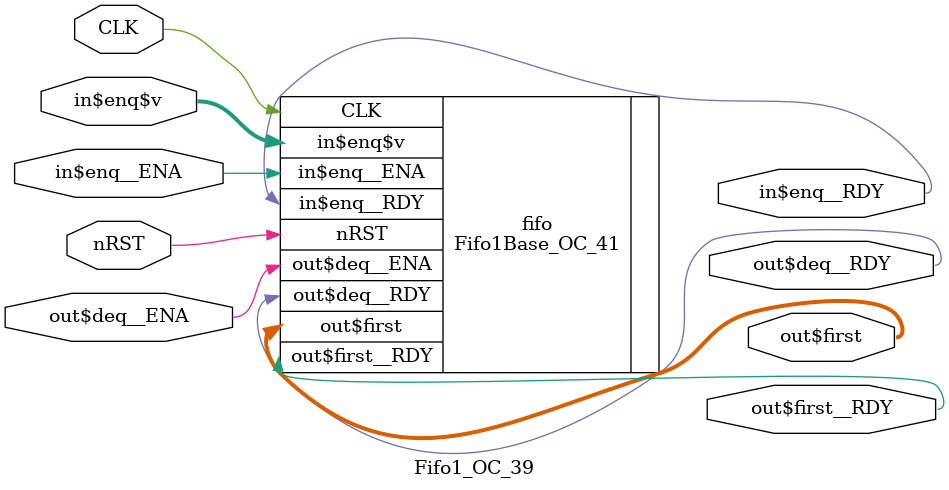
<source format=v>
`include "zynqTop.generated.vh"

`default_nettype none
module Fifo1_OC_39 (input wire CLK, input wire nRST,
    input wire in$enq__ENA,
    input wire [5:0]in$enq$v,
    output wire in$enq__RDY,
    input wire out$deq__ENA,
    output wire out$deq__RDY,
    output wire [5:0]out$first,
    output wire out$first__RDY);
    Fifo1Base_OC_41 fifo (.CLK(CLK), .nRST(nRST),
        .in$enq__ENA(in$enq__ENA),
        .in$enq$v(in$enq$v),
        .in$enq__RDY(in$enq__RDY),
        .out$deq__ENA(out$deq__ENA),
        .out$deq__RDY(out$deq__RDY),
        .out$first(out$first),
        .out$first__RDY(out$first__RDY));
endmodule 

`default_nettype wire    // set back to default value

</source>
